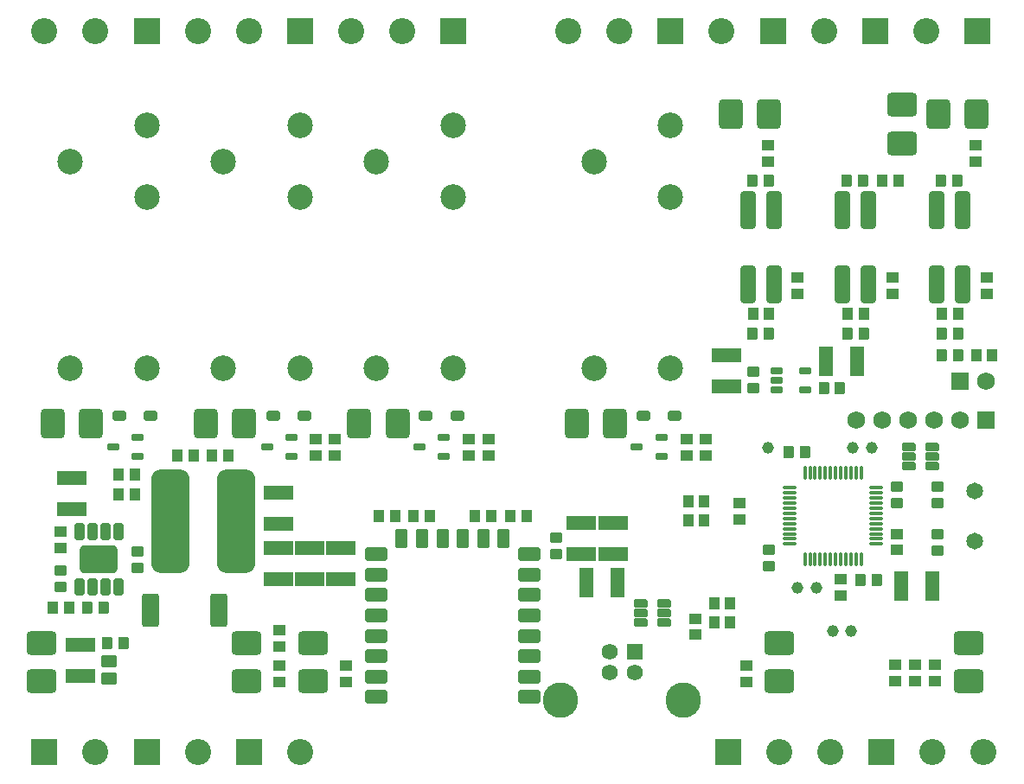
<source format=gts>
G04*
G04 #@! TF.GenerationSoftware,Altium Limited,Altium Designer,22.10.1 (41)*
G04*
G04 Layer_Color=8388736*
%FSLAX43Y43*%
%MOMM*%
G71*
G04*
G04 #@! TF.SameCoordinates,EA9DE7AC-8BC7-4C06-A1B2-E8C90DB669E4*
G04*
G04*
G04 #@! TF.FilePolarity,Negative*
G04*
G01*
G75*
G04:AMPARAMS|DCode=39|XSize=2.952mm|YSize=1.402mm|CornerRadius=0.232mm|HoleSize=0mm|Usage=FLASHONLY|Rotation=0.000|XOffset=0mm|YOffset=0mm|HoleType=Round|Shape=RoundedRectangle|*
%AMROUNDEDRECTD39*
21,1,2.952,0.938,0,0,0.0*
21,1,2.487,1.402,0,0,0.0*
1,1,0.465,1.244,-0.469*
1,1,0.465,-1.244,-0.469*
1,1,0.465,-1.244,0.469*
1,1,0.465,1.244,0.469*
%
%ADD39ROUNDEDRECTD39*%
G04:AMPARAMS|DCode=40|XSize=1.252mm|YSize=1.852mm|CornerRadius=0.214mm|HoleSize=0mm|Usage=FLASHONLY|Rotation=180.000|XOffset=0mm|YOffset=0mm|HoleType=Round|Shape=RoundedRectangle|*
%AMROUNDEDRECTD40*
21,1,1.252,1.425,0,0,180.0*
21,1,0.825,1.852,0,0,180.0*
1,1,0.427,-0.413,0.713*
1,1,0.427,0.413,0.713*
1,1,0.427,0.413,-0.713*
1,1,0.427,-0.413,-0.713*
%
%ADD40ROUNDEDRECTD40*%
G04:AMPARAMS|DCode=41|XSize=2.152mm|YSize=1.352mm|CornerRadius=0.226mm|HoleSize=0mm|Usage=FLASHONLY|Rotation=180.000|XOffset=0mm|YOffset=0mm|HoleType=Round|Shape=RoundedRectangle|*
%AMROUNDEDRECTD41*
21,1,2.152,0.900,0,0,180.0*
21,1,1.700,1.352,0,0,180.0*
1,1,0.452,-0.850,0.450*
1,1,0.452,0.850,0.450*
1,1,0.452,0.850,-0.450*
1,1,0.452,-0.850,-0.450*
%
%ADD41ROUNDEDRECTD41*%
G04:AMPARAMS|DCode=42|XSize=0.4mm|YSize=1.3mm|CornerRadius=0.125mm|HoleSize=0mm|Usage=FLASHONLY|Rotation=270.000|XOffset=0mm|YOffset=0mm|HoleType=Round|Shape=RoundedRectangle|*
%AMROUNDEDRECTD42*
21,1,0.400,1.050,0,0,270.0*
21,1,0.150,1.300,0,0,270.0*
1,1,0.250,-0.525,-0.075*
1,1,0.250,-0.525,0.075*
1,1,0.250,0.525,0.075*
1,1,0.250,0.525,-0.075*
%
%ADD42ROUNDEDRECTD42*%
G04:AMPARAMS|DCode=43|XSize=0.4mm|YSize=1.3mm|CornerRadius=0.125mm|HoleSize=0mm|Usage=FLASHONLY|Rotation=180.000|XOffset=0mm|YOffset=0mm|HoleType=Round|Shape=RoundedRectangle|*
%AMROUNDEDRECTD43*
21,1,0.400,1.050,0,0,180.0*
21,1,0.150,1.300,0,0,180.0*
1,1,0.250,-0.075,0.525*
1,1,0.250,0.075,0.525*
1,1,0.250,0.075,-0.525*
1,1,0.250,-0.075,-0.525*
%
%ADD43ROUNDEDRECTD43*%
G04:AMPARAMS|DCode=44|XSize=1.072mm|YSize=1.232mm|CornerRadius=0.191mm|HoleSize=0mm|Usage=FLASHONLY|Rotation=180.000|XOffset=0mm|YOffset=0mm|HoleType=Round|Shape=RoundedRectangle|*
%AMROUNDEDRECTD44*
21,1,1.072,0.850,0,0,180.0*
21,1,0.690,1.232,0,0,180.0*
1,1,0.382,-0.345,0.425*
1,1,0.382,0.345,0.425*
1,1,0.382,0.345,-0.425*
1,1,0.382,-0.345,-0.425*
%
%ADD44ROUNDEDRECTD44*%
G04:AMPARAMS|DCode=45|XSize=0.782mm|YSize=1.392mm|CornerRadius=0.155mm|HoleSize=0mm|Usage=FLASHONLY|Rotation=270.000|XOffset=0mm|YOffset=0mm|HoleType=Round|Shape=RoundedRectangle|*
%AMROUNDEDRECTD45*
21,1,0.782,1.083,0,0,270.0*
21,1,0.472,1.392,0,0,270.0*
1,1,0.310,-0.541,-0.236*
1,1,0.310,-0.541,0.236*
1,1,0.310,0.541,0.236*
1,1,0.310,0.541,-0.236*
%
%ADD45ROUNDEDRECTD45*%
%ADD46C,1.152*%
G04:AMPARAMS|DCode=47|XSize=1.092mm|YSize=1.182mm|CornerRadius=0.194mm|HoleSize=0mm|Usage=FLASHONLY|Rotation=180.000|XOffset=0mm|YOffset=0mm|HoleType=Round|Shape=RoundedRectangle|*
%AMROUNDEDRECTD47*
21,1,1.092,0.795,0,0,180.0*
21,1,0.705,1.182,0,0,180.0*
1,1,0.387,-0.353,0.398*
1,1,0.387,0.353,0.398*
1,1,0.387,0.353,-0.398*
1,1,0.387,-0.353,-0.398*
%
%ADD47ROUNDEDRECTD47*%
G04:AMPARAMS|DCode=48|XSize=0.752mm|YSize=1.152mm|CornerRadius=0.151mm|HoleSize=0mm|Usage=FLASHONLY|Rotation=270.000|XOffset=0mm|YOffset=0mm|HoleType=Round|Shape=RoundedRectangle|*
%AMROUNDEDRECTD48*
21,1,0.752,0.850,0,0,270.0*
21,1,0.450,1.152,0,0,270.0*
1,1,0.302,-0.425,-0.225*
1,1,0.302,-0.425,0.225*
1,1,0.302,0.425,0.225*
1,1,0.302,0.425,-0.225*
%
%ADD48ROUNDEDRECTD48*%
G04:AMPARAMS|DCode=49|XSize=1.072mm|YSize=1.232mm|CornerRadius=0.191mm|HoleSize=0mm|Usage=FLASHONLY|Rotation=90.000|XOffset=0mm|YOffset=0mm|HoleType=Round|Shape=RoundedRectangle|*
%AMROUNDEDRECTD49*
21,1,1.072,0.850,0,0,90.0*
21,1,0.690,1.232,0,0,90.0*
1,1,0.382,0.425,0.345*
1,1,0.382,0.425,-0.345*
1,1,0.382,-0.425,-0.345*
1,1,0.382,-0.425,0.345*
%
%ADD49ROUNDEDRECTD49*%
G04:AMPARAMS|DCode=50|XSize=2.952mm|YSize=1.402mm|CornerRadius=0.232mm|HoleSize=0mm|Usage=FLASHONLY|Rotation=270.000|XOffset=0mm|YOffset=0mm|HoleType=Round|Shape=RoundedRectangle|*
%AMROUNDEDRECTD50*
21,1,2.952,0.938,0,0,270.0*
21,1,2.487,1.402,0,0,270.0*
1,1,0.465,-0.469,-1.244*
1,1,0.465,-0.469,1.244*
1,1,0.465,0.469,1.244*
1,1,0.465,0.469,-1.244*
%
%ADD50ROUNDEDRECTD50*%
G04:AMPARAMS|DCode=51|XSize=1.092mm|YSize=1.182mm|CornerRadius=0.194mm|HoleSize=0mm|Usage=FLASHONLY|Rotation=90.000|XOffset=0mm|YOffset=0mm|HoleType=Round|Shape=RoundedRectangle|*
%AMROUNDEDRECTD51*
21,1,1.092,0.795,0,0,90.0*
21,1,0.705,1.182,0,0,90.0*
1,1,0.387,0.398,0.353*
1,1,0.387,0.398,-0.353*
1,1,0.387,-0.398,-0.353*
1,1,0.387,-0.398,0.353*
%
%ADD51ROUNDEDRECTD51*%
G04:AMPARAMS|DCode=52|XSize=1.022mm|YSize=1.352mm|CornerRadius=0.294mm|HoleSize=0mm|Usage=FLASHONLY|Rotation=270.000|XOffset=0mm|YOffset=0mm|HoleType=Round|Shape=RoundedRectangle|*
%AMROUNDEDRECTD52*
21,1,1.022,0.765,0,0,270.0*
21,1,0.435,1.352,0,0,270.0*
1,1,0.587,-0.383,-0.217*
1,1,0.587,-0.383,0.217*
1,1,0.587,0.383,0.217*
1,1,0.587,0.383,-0.217*
%
%ADD52ROUNDEDRECTD52*%
G04:AMPARAMS|DCode=53|XSize=0.752mm|YSize=1.202mm|CornerRadius=0.151mm|HoleSize=0mm|Usage=FLASHONLY|Rotation=90.000|XOffset=0mm|YOffset=0mm|HoleType=Round|Shape=RoundedRectangle|*
%AMROUNDEDRECTD53*
21,1,0.752,0.900,0,0,90.0*
21,1,0.450,1.202,0,0,90.0*
1,1,0.302,0.450,0.225*
1,1,0.302,0.450,-0.225*
1,1,0.302,-0.450,-0.225*
1,1,0.302,-0.450,0.225*
%
%ADD53ROUNDEDRECTD53*%
G04:AMPARAMS|DCode=54|XSize=2.895mm|YSize=2.311mm|CornerRadius=0.346mm|HoleSize=0mm|Usage=FLASHONLY|Rotation=180.000|XOffset=0mm|YOffset=0mm|HoleType=Round|Shape=RoundedRectangle|*
%AMROUNDEDRECTD54*
21,1,2.895,1.619,0,0,180.0*
21,1,2.203,2.311,0,0,180.0*
1,1,0.692,-1.102,0.810*
1,1,0.692,1.102,0.810*
1,1,0.692,1.102,-0.810*
1,1,0.692,-1.102,-0.810*
%
%ADD54ROUNDEDRECTD54*%
G04:AMPARAMS|DCode=55|XSize=10.152mm|YSize=3.752mm|CornerRadius=0.976mm|HoleSize=0mm|Usage=FLASHONLY|Rotation=90.000|XOffset=0mm|YOffset=0mm|HoleType=Round|Shape=RoundedRectangle|*
%AMROUNDEDRECTD55*
21,1,10.152,1.800,0,0,90.0*
21,1,8.200,3.752,0,0,90.0*
1,1,1.952,0.900,4.100*
1,1,1.952,0.900,-4.100*
1,1,1.952,-0.900,-4.100*
1,1,1.952,-0.900,4.100*
%
%ADD55ROUNDEDRECTD55*%
G04:AMPARAMS|DCode=56|XSize=3.292mm|YSize=1.692mm|CornerRadius=0.269mm|HoleSize=0mm|Usage=FLASHONLY|Rotation=90.000|XOffset=0mm|YOffset=0mm|HoleType=Round|Shape=RoundedRectangle|*
%AMROUNDEDRECTD56*
21,1,3.292,1.155,0,0,90.0*
21,1,2.755,1.692,0,0,90.0*
1,1,0.537,0.578,1.378*
1,1,0.537,0.578,-1.378*
1,1,0.537,-0.578,-1.378*
1,1,0.537,-0.578,1.378*
%
%ADD56ROUNDEDRECTD56*%
G04:AMPARAMS|DCode=57|XSize=0.954mm|YSize=1.657mm|CornerRadius=0.176mm|HoleSize=0mm|Usage=FLASHONLY|Rotation=0.000|XOffset=0mm|YOffset=0mm|HoleType=Round|Shape=RoundedRectangle|*
%AMROUNDEDRECTD57*
21,1,0.954,1.305,0,0,0.0*
21,1,0.602,1.657,0,0,0.0*
1,1,0.353,0.301,-0.652*
1,1,0.353,-0.301,-0.652*
1,1,0.353,-0.301,0.652*
1,1,0.353,0.301,0.652*
%
%ADD57ROUNDEDRECTD57*%
G04:AMPARAMS|DCode=58|XSize=2.765mm|YSize=3.654mm|CornerRadius=0.403mm|HoleSize=0mm|Usage=FLASHONLY|Rotation=270.000|XOffset=0mm|YOffset=0mm|HoleType=Round|Shape=RoundedRectangle|*
%AMROUNDEDRECTD58*
21,1,2.765,2.849,0,0,270.0*
21,1,1.960,3.654,0,0,270.0*
1,1,0.806,-1.424,-0.980*
1,1,0.806,-1.424,0.980*
1,1,0.806,1.424,0.980*
1,1,0.806,1.424,-0.980*
%
%ADD58ROUNDEDRECTD58*%
G04:AMPARAMS|DCode=59|XSize=1.152mm|YSize=1.552mm|CornerRadius=0.201mm|HoleSize=0mm|Usage=FLASHONLY|Rotation=270.000|XOffset=0mm|YOffset=0mm|HoleType=Round|Shape=RoundedRectangle|*
%AMROUNDEDRECTD59*
21,1,1.152,1.150,0,0,270.0*
21,1,0.750,1.552,0,0,270.0*
1,1,0.402,-0.575,-0.375*
1,1,0.402,-0.575,0.375*
1,1,0.402,0.575,0.375*
1,1,0.402,0.575,-0.375*
%
%ADD59ROUNDEDRECTD59*%
G04:AMPARAMS|DCode=60|XSize=1.452mm|YSize=3.652mm|CornerRadius=0.239mm|HoleSize=0mm|Usage=FLASHONLY|Rotation=0.000|XOffset=0mm|YOffset=0mm|HoleType=Round|Shape=RoundedRectangle|*
%AMROUNDEDRECTD60*
21,1,1.452,3.175,0,0,0.0*
21,1,0.975,3.652,0,0,0.0*
1,1,0.477,0.488,-1.588*
1,1,0.477,-0.488,-1.588*
1,1,0.477,-0.488,1.588*
1,1,0.477,0.488,1.588*
%
%ADD60ROUNDEDRECTD60*%
G04:AMPARAMS|DCode=61|XSize=2.895mm|YSize=2.311mm|CornerRadius=0.346mm|HoleSize=0mm|Usage=FLASHONLY|Rotation=270.000|XOffset=0mm|YOffset=0mm|HoleType=Round|Shape=RoundedRectangle|*
%AMROUNDEDRECTD61*
21,1,2.895,1.619,0,0,270.0*
21,1,2.203,2.311,0,0,270.0*
1,1,0.692,-0.810,-1.102*
1,1,0.692,-0.810,1.102*
1,1,0.692,0.810,1.102*
1,1,0.692,0.810,-1.102*
%
%ADD61ROUNDEDRECTD61*%
%ADD62C,2.500*%
%ADD63C,3.468*%
%ADD64C,1.580*%
%ADD65R,1.580X1.580*%
%ADD66C,1.752*%
%ADD67R,1.752X1.752*%
%ADD68C,1.652*%
%ADD69C,2.552*%
%ADD70R,2.552X2.552*%
%ADD71C,0.152*%
D39*
X-22773Y-9875D02*
D03*
Y-12925D02*
D03*
Y-15272D02*
D03*
Y-18322D02*
D03*
X21100Y575D02*
D03*
Y3625D02*
D03*
X10011Y-12872D02*
D03*
Y-15922D02*
D03*
X6927Y-12872D02*
D03*
Y-15922D02*
D03*
X-19699Y-18322D02*
D03*
Y-15272D02*
D03*
X-16624Y-18322D02*
D03*
Y-15272D02*
D03*
X-42987Y-8408D02*
D03*
Y-11458D02*
D03*
X-42098Y-24793D02*
D03*
Y-27843D02*
D03*
D40*
X-10692Y-14387D02*
D03*
X-8692D02*
D03*
X-6692D02*
D03*
X-4692D02*
D03*
X-2692D02*
D03*
X-692D02*
D03*
D41*
X-13192Y-29887D02*
D03*
Y-27887D02*
D03*
Y-25887D02*
D03*
Y-23887D02*
D03*
Y-21887D02*
D03*
Y-19887D02*
D03*
Y-17887D02*
D03*
Y-15887D02*
D03*
X1808D02*
D03*
Y-17887D02*
D03*
Y-19887D02*
D03*
Y-21887D02*
D03*
Y-23887D02*
D03*
Y-25887D02*
D03*
Y-27887D02*
D03*
Y-29887D02*
D03*
D42*
X35791Y-14897D02*
D03*
Y-14397D02*
D03*
Y-13897D02*
D03*
Y-13397D02*
D03*
Y-12897D02*
D03*
Y-12397D02*
D03*
Y-11897D02*
D03*
Y-11397D02*
D03*
Y-10897D02*
D03*
Y-10397D02*
D03*
Y-9897D02*
D03*
Y-9397D02*
D03*
X27291D02*
D03*
Y-9897D02*
D03*
Y-10397D02*
D03*
Y-10897D02*
D03*
Y-11397D02*
D03*
Y-11897D02*
D03*
Y-12397D02*
D03*
Y-12897D02*
D03*
Y-13397D02*
D03*
Y-13897D02*
D03*
Y-14397D02*
D03*
Y-14897D02*
D03*
D43*
X34291Y-7897D02*
D03*
X33791D02*
D03*
X33291D02*
D03*
X32791D02*
D03*
X32291D02*
D03*
X31791D02*
D03*
X31291D02*
D03*
X30791D02*
D03*
X30291D02*
D03*
X29791D02*
D03*
X29291D02*
D03*
X28791D02*
D03*
Y-16397D02*
D03*
X29291D02*
D03*
X29791D02*
D03*
X30291D02*
D03*
X30791D02*
D03*
X31291D02*
D03*
X31791D02*
D03*
X32291D02*
D03*
X32791D02*
D03*
X33291D02*
D03*
X33791D02*
D03*
X34291D02*
D03*
D44*
X21498Y-20737D02*
D03*
X19898D02*
D03*
Y-22577D02*
D03*
X21498D02*
D03*
X18950Y-12600D02*
D03*
X17350D02*
D03*
X43802Y7644D02*
D03*
X42202D02*
D03*
X47149Y3600D02*
D03*
X45549D02*
D03*
X17350Y-10761D02*
D03*
X18950D02*
D03*
X-3499Y-12197D02*
D03*
X-1899D02*
D03*
X-9511D02*
D03*
X-7911D02*
D03*
X-12903D02*
D03*
X-11303D02*
D03*
X-65D02*
D03*
X1535D02*
D03*
X-44860Y-21147D02*
D03*
X-43260D02*
D03*
X-29248Y-6263D02*
D03*
X-27648D02*
D03*
X-32614D02*
D03*
X-31014D02*
D03*
X36353Y20666D02*
D03*
X37953D02*
D03*
X25302Y7644D02*
D03*
X23702D02*
D03*
X34588D02*
D03*
X32988D02*
D03*
X-38425Y-10008D02*
D03*
X-36825D02*
D03*
X-38425Y-8100D02*
D03*
X-36825D02*
D03*
D45*
X12703Y-21660D02*
D03*
X15003Y-22610D02*
D03*
Y-21660D02*
D03*
Y-20710D02*
D03*
X12703D02*
D03*
Y-22610D02*
D03*
X38999Y-5377D02*
D03*
X41299Y-7277D02*
D03*
Y-5377D02*
D03*
X38999Y-7277D02*
D03*
Y-6327D02*
D03*
X41299D02*
D03*
D46*
X29900Y-19180D02*
D03*
X28096D02*
D03*
X35308Y-5455D02*
D03*
X33450D02*
D03*
X31525Y-23436D02*
D03*
X33325D02*
D03*
X25200Y-5455D02*
D03*
D47*
X42173Y3600D02*
D03*
X43773D02*
D03*
X35878Y-18405D02*
D03*
X34278D02*
D03*
X27204Y-5889D02*
D03*
X28804D02*
D03*
X30650Y375D02*
D03*
X32250D02*
D03*
X-41452Y-21143D02*
D03*
X-39852D02*
D03*
X-39468Y-24593D02*
D03*
X-37868D02*
D03*
X34527Y20666D02*
D03*
X32927D02*
D03*
X32984Y5734D02*
D03*
X34584D02*
D03*
X42198D02*
D03*
X43798D02*
D03*
X43752Y20666D02*
D03*
X42152D02*
D03*
X25298Y5734D02*
D03*
X23698D02*
D03*
X23652Y20666D02*
D03*
X25252D02*
D03*
D48*
X-36551Y-6353D02*
D03*
Y-4453D02*
D03*
X-38951Y-5403D02*
D03*
X12351Y-5403D02*
D03*
X14751Y-4453D02*
D03*
Y-6353D02*
D03*
X-21451Y-6353D02*
D03*
Y-4453D02*
D03*
X-23851Y-5403D02*
D03*
X-6551Y-6353D02*
D03*
Y-4453D02*
D03*
X-8951Y-5403D02*
D03*
D49*
X22379Y-10890D02*
D03*
Y-12490D02*
D03*
X37774Y-15500D02*
D03*
Y-13900D02*
D03*
X32300Y-19980D02*
D03*
Y-18380D02*
D03*
X18095Y-23797D02*
D03*
Y-22197D02*
D03*
X-19100Y-4603D02*
D03*
Y-6203D02*
D03*
X-4100Y-4600D02*
D03*
Y-6200D02*
D03*
X39600Y-26737D02*
D03*
Y-28337D02*
D03*
X37661Y-26737D02*
D03*
Y-28337D02*
D03*
X-44085Y-15292D02*
D03*
Y-13692D02*
D03*
X23050Y-28377D02*
D03*
Y-26777D02*
D03*
X41550Y-28337D02*
D03*
Y-26737D02*
D03*
X-22636Y-23363D02*
D03*
Y-24963D02*
D03*
X-16156Y-28377D02*
D03*
Y-26777D02*
D03*
X-22636Y-26777D02*
D03*
Y-28377D02*
D03*
X37378Y11175D02*
D03*
Y9575D02*
D03*
X-2200Y-4600D02*
D03*
Y-6200D02*
D03*
X17200Y-6200D02*
D03*
Y-4600D02*
D03*
X25202Y22549D02*
D03*
Y24149D02*
D03*
X45502Y22549D02*
D03*
Y24149D02*
D03*
X46592Y11175D02*
D03*
Y9575D02*
D03*
X19100Y-6200D02*
D03*
Y-4600D02*
D03*
X-17200Y-6200D02*
D03*
Y-4600D02*
D03*
X28092Y9575D02*
D03*
Y11175D02*
D03*
D50*
X38225Y-19006D02*
D03*
X41275D02*
D03*
X7362Y-18700D02*
D03*
X10412D02*
D03*
X33925Y3000D02*
D03*
X30875D02*
D03*
D51*
X37799Y-9310D02*
D03*
Y-10910D02*
D03*
X41734Y-9310D02*
D03*
Y-10910D02*
D03*
Y-15525D02*
D03*
Y-13925D02*
D03*
X25283Y-17084D02*
D03*
Y-15484D02*
D03*
X4450Y-15900D02*
D03*
Y-14300D02*
D03*
X23723Y350D02*
D03*
Y1950D02*
D03*
X-44060Y-17524D02*
D03*
Y-19124D02*
D03*
X-36572Y-15608D02*
D03*
Y-17208D02*
D03*
D52*
X12951Y-2309D02*
D03*
X16051D02*
D03*
X-38356Y-2309D02*
D03*
X-35256D02*
D03*
X-20176D02*
D03*
X-23276D02*
D03*
X-5256D02*
D03*
X-8356D02*
D03*
D53*
X26057Y2096D02*
D03*
Y1146D02*
D03*
Y196D02*
D03*
X28807D02*
D03*
Y2096D02*
D03*
D54*
X-45957Y-24581D02*
D03*
Y-28341D02*
D03*
X-25866Y-24581D02*
D03*
Y-28341D02*
D03*
X26251Y-24581D02*
D03*
Y-28341D02*
D03*
X44851Y-24581D02*
D03*
Y-28341D02*
D03*
X-19387Y-24581D02*
D03*
Y-28341D02*
D03*
X38264Y24370D02*
D03*
Y28130D02*
D03*
D55*
X-26914Y-12683D02*
D03*
X-33314D02*
D03*
D56*
X-35274Y-21363D02*
D03*
X-28624D02*
D03*
D57*
X-38411Y-13670D02*
D03*
X-39681D02*
D03*
X-40951D02*
D03*
X-42221D02*
D03*
X-38411Y-19120D02*
D03*
X-39681D02*
D03*
X-40951D02*
D03*
X-42221D02*
D03*
D58*
X-40316Y-16395D02*
D03*
D59*
X-39293Y-26343D02*
D03*
Y-28093D02*
D03*
D60*
X23207Y10551D02*
D03*
X25747D02*
D03*
X23207Y17776D02*
D03*
X25747D02*
D03*
X44247D02*
D03*
X41707D02*
D03*
X44247Y10551D02*
D03*
X41707D02*
D03*
X32457D02*
D03*
X34997D02*
D03*
X32457Y17776D02*
D03*
X34997D02*
D03*
D61*
X25279Y27226D02*
D03*
X21519D02*
D03*
X45579D02*
D03*
X41819D02*
D03*
X6456Y-3109D02*
D03*
X10216D02*
D03*
X-44845Y-3109D02*
D03*
X-41085D02*
D03*
X-26085D02*
D03*
X-29845D02*
D03*
X-11085D02*
D03*
X-14845D02*
D03*
D62*
X8151Y2286D02*
D03*
X15651D02*
D03*
X8151Y22586D02*
D03*
X15651Y19086D02*
D03*
Y26086D02*
D03*
X-5651Y26086D02*
D03*
Y19086D02*
D03*
X-13151Y22586D02*
D03*
X-5651Y2286D02*
D03*
X-13151D02*
D03*
X-28151D02*
D03*
X-20651D02*
D03*
X-28151Y22586D02*
D03*
X-20651Y19086D02*
D03*
Y26086D02*
D03*
X-35651D02*
D03*
Y19086D02*
D03*
X-43151Y22586D02*
D03*
X-35651Y2286D02*
D03*
X-43151D02*
D03*
D63*
X16925Y-30165D02*
D03*
X4885D02*
D03*
D64*
X12155Y-27455D02*
D03*
X9655D02*
D03*
Y-25455D02*
D03*
D65*
X12155D02*
D03*
D66*
X33780Y-2742D02*
D03*
X36320D02*
D03*
X38860D02*
D03*
X41400D02*
D03*
X43940D02*
D03*
X46487Y1068D02*
D03*
D67*
X46480Y-2742D02*
D03*
X43947Y1068D02*
D03*
D68*
X45413Y-14587D02*
D03*
Y-9707D02*
D03*
D69*
X46251Y-35300D02*
D03*
X41251D02*
D03*
X-20651Y-35300D02*
D03*
X26251Y-35300D02*
D03*
X31251D02*
D03*
X-30651Y-35300D02*
D03*
X-40651D02*
D03*
X5651Y35300D02*
D03*
X10651D02*
D03*
X40651Y35300D02*
D03*
X-45651D02*
D03*
X-40651D02*
D03*
X30651D02*
D03*
X20651D02*
D03*
X-30651D02*
D03*
X-25651D02*
D03*
X-10651D02*
D03*
X-15651D02*
D03*
D70*
X36251Y-35300D02*
D03*
X-25651Y-35300D02*
D03*
X21251Y-35300D02*
D03*
X-35651Y-35300D02*
D03*
X-45651D02*
D03*
X15651Y35300D02*
D03*
X45651Y35300D02*
D03*
X-35651D02*
D03*
X35651D02*
D03*
X25651D02*
D03*
X-20651D02*
D03*
X-5651D02*
D03*
D71*
X32500Y-27500D02*
D03*
X-32500D02*
D03*
X32500Y27500D02*
D03*
M02*

</source>
